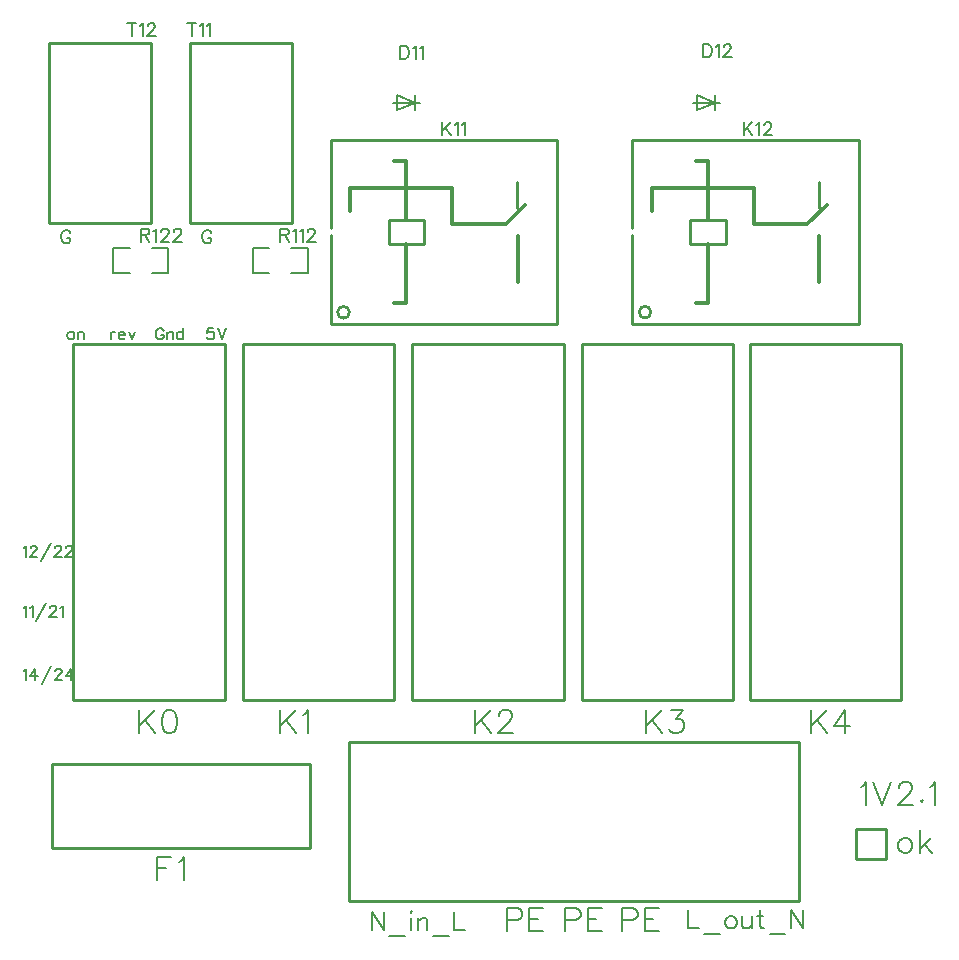
<source format=gto>
G04 Layer: TopSilkscreenLayer*
G04 EasyEDA v6.5.50, 2025-05-27 18:24:41*
G04 111ed26f3c4c43cfb17bfce727aa7961,b37a74ae5ac9402f918d5afa9d52dbed,10*
G04 Gerber Generator version 0.2*
G04 Scale: 100 percent, Rotated: No, Reflected: No *
G04 Dimensions in millimeters *
G04 leading zeros omitted , absolute positions ,4 integer and 5 decimal *
%FSLAX45Y45*%
%MOMM*%

%ADD10C,0.2032*%
%ADD11C,0.1524*%
%ADD12C,0.2000*%
%ADD13C,0.2540*%
%ADD14C,0.3000*%
%ADD15C,0.0132*%

%LPD*%
D10*
X5651500Y275841D02*
G01*
X5651500Y122933D01*
X5651500Y122933D02*
G01*
X5738875Y122933D01*
X5786881Y72133D02*
G01*
X5917691Y72133D01*
X6002020Y224787D02*
G01*
X5987541Y217675D01*
X5973063Y202943D01*
X5965697Y181099D01*
X5965697Y166621D01*
X5973063Y144777D01*
X5987541Y130299D01*
X6002020Y122933D01*
X6023863Y122933D01*
X6038341Y130299D01*
X6053074Y144777D01*
X6060186Y166621D01*
X6060186Y181099D01*
X6053074Y202943D01*
X6038341Y217675D01*
X6023863Y224787D01*
X6002020Y224787D01*
X6108191Y224787D02*
G01*
X6108191Y152143D01*
X6115558Y130299D01*
X6130036Y122933D01*
X6151879Y122933D01*
X6166358Y130299D01*
X6188202Y152143D01*
X6188202Y224787D02*
G01*
X6188202Y122933D01*
X6258052Y275841D02*
G01*
X6258052Y152143D01*
X6265418Y130299D01*
X6279895Y122933D01*
X6294374Y122933D01*
X6236208Y224787D02*
G01*
X6287261Y224787D01*
X6342379Y72133D02*
G01*
X6473190Y72133D01*
X6521195Y275841D02*
G01*
X6521195Y122933D01*
X6521195Y275841D02*
G01*
X6623050Y122933D01*
X6623050Y275841D02*
G01*
X6623050Y122933D01*
X2971800Y263141D02*
G01*
X2971800Y110233D01*
X2971800Y263141D02*
G01*
X3073654Y110233D01*
X3073654Y263141D02*
G01*
X3073654Y110233D01*
X3121659Y59433D02*
G01*
X3252470Y59433D01*
X3300475Y263141D02*
G01*
X3307841Y255775D01*
X3314954Y263141D01*
X3307841Y270253D01*
X3300475Y263141D01*
X3307841Y212087D02*
G01*
X3307841Y110233D01*
X3362959Y212087D02*
G01*
X3362959Y110233D01*
X3362959Y183131D02*
G01*
X3384804Y204975D01*
X3399536Y212087D01*
X3421379Y212087D01*
X3435858Y204975D01*
X3442970Y183131D01*
X3442970Y110233D01*
X3490975Y59433D02*
G01*
X3622040Y59433D01*
X3670045Y263141D02*
G01*
X3670045Y110233D01*
X3670045Y110233D02*
G01*
X3757168Y110233D01*
X5092700Y293875D02*
G01*
X5092700Y100073D01*
X5092700Y293875D02*
G01*
X5175758Y293875D01*
X5203443Y284731D01*
X5212841Y275587D01*
X5221986Y257045D01*
X5221986Y229359D01*
X5212841Y210817D01*
X5203443Y201673D01*
X5175758Y192275D01*
X5092700Y192275D01*
X5282945Y293875D02*
G01*
X5282945Y100073D01*
X5282945Y293875D02*
G01*
X5403088Y293875D01*
X5282945Y201673D02*
G01*
X5356859Y201673D01*
X5282945Y100073D02*
G01*
X5403088Y100073D01*
X4610100Y293875D02*
G01*
X4610100Y100073D01*
X4610100Y293875D02*
G01*
X4693158Y293875D01*
X4720843Y284731D01*
X4730241Y275587D01*
X4739386Y257045D01*
X4739386Y229359D01*
X4730241Y210817D01*
X4720843Y201673D01*
X4693158Y192275D01*
X4610100Y192275D01*
X4800345Y293875D02*
G01*
X4800345Y100073D01*
X4800345Y293875D02*
G01*
X4920488Y293875D01*
X4800345Y201673D02*
G01*
X4874259Y201673D01*
X4800345Y100073D02*
G01*
X4920488Y100073D01*
X4114800Y293875D02*
G01*
X4114800Y100073D01*
X4114800Y293875D02*
G01*
X4197858Y293875D01*
X4225543Y284731D01*
X4234941Y275587D01*
X4244086Y257045D01*
X4244086Y229359D01*
X4234941Y210817D01*
X4225543Y201673D01*
X4197858Y192275D01*
X4114800Y192275D01*
X4305045Y293875D02*
G01*
X4305045Y100073D01*
X4305045Y293875D02*
G01*
X4425188Y293875D01*
X4305045Y201673D02*
G01*
X4378959Y201673D01*
X4305045Y100073D02*
G01*
X4425188Y100073D01*
X1155700Y725675D02*
G01*
X1155700Y531873D01*
X1155700Y725675D02*
G01*
X1275842Y725675D01*
X1155700Y633473D02*
G01*
X1229613Y633473D01*
X1336802Y688845D02*
G01*
X1355089Y697989D01*
X1383029Y725675D01*
X1383029Y531873D01*
X1003300Y1970275D02*
G01*
X1003300Y1776473D01*
X1132586Y1970275D02*
G01*
X1003300Y1840989D01*
X1049528Y1887217D02*
G01*
X1132586Y1776473D01*
X1248918Y1970275D02*
G01*
X1221231Y1961131D01*
X1202689Y1933445D01*
X1193545Y1887217D01*
X1193545Y1859531D01*
X1202689Y1813303D01*
X1221231Y1785617D01*
X1248918Y1776473D01*
X1267460Y1776473D01*
X1295145Y1785617D01*
X1313687Y1813303D01*
X1322831Y1859531D01*
X1322831Y1887217D01*
X1313687Y1933445D01*
X1295145Y1961131D01*
X1267460Y1970275D01*
X1248918Y1970275D01*
X2197100Y1970278D02*
G01*
X2197100Y1776476D01*
X2326386Y1970278D02*
G01*
X2197100Y1840992D01*
X2243327Y1887220D02*
G01*
X2326386Y1776476D01*
X2387345Y1933447D02*
G01*
X2405888Y1942592D01*
X2433574Y1970278D01*
X2433574Y1776476D01*
X3848100Y1970278D02*
G01*
X3848100Y1776476D01*
X3977386Y1970278D02*
G01*
X3848100Y1840992D01*
X3894327Y1887220D02*
G01*
X3977386Y1776476D01*
X4047490Y1924050D02*
G01*
X4047490Y1933447D01*
X4056888Y1951989D01*
X4066031Y1961134D01*
X4084574Y1970278D01*
X4121404Y1970278D01*
X4139945Y1961134D01*
X4149090Y1951989D01*
X4158488Y1933447D01*
X4158488Y1914905D01*
X4149090Y1896363D01*
X4130802Y1868678D01*
X4038345Y1776476D01*
X4167631Y1776476D01*
X5295900Y1970275D02*
G01*
X5295900Y1776473D01*
X5425186Y1970275D02*
G01*
X5295900Y1840989D01*
X5342127Y1887217D02*
G01*
X5425186Y1776473D01*
X5504688Y1970275D02*
G01*
X5606288Y1970275D01*
X5550915Y1896361D01*
X5578602Y1896361D01*
X5596890Y1887217D01*
X5606288Y1878073D01*
X5615431Y1850387D01*
X5615431Y1831845D01*
X5606288Y1804159D01*
X5587745Y1785617D01*
X5560059Y1776473D01*
X5532374Y1776473D01*
X5504688Y1785617D01*
X5495290Y1794761D01*
X5486145Y1813303D01*
X6692900Y1970275D02*
G01*
X6692900Y1776473D01*
X6822186Y1970275D02*
G01*
X6692900Y1840989D01*
X6739127Y1887217D02*
G01*
X6822186Y1776473D01*
X6975602Y1970275D02*
G01*
X6883145Y1840989D01*
X7021829Y1840989D01*
X6975602Y1970275D02*
G01*
X6975602Y1776473D01*
D11*
X1614678Y6007605D02*
G01*
X1609344Y6018019D01*
X1598929Y6028433D01*
X1588770Y6033513D01*
X1567942Y6033513D01*
X1557528Y6028433D01*
X1547113Y6018019D01*
X1541779Y6007605D01*
X1536700Y5991857D01*
X1536700Y5965949D01*
X1541779Y5950455D01*
X1547113Y5940041D01*
X1557528Y5929627D01*
X1567942Y5924547D01*
X1588770Y5924547D01*
X1598929Y5929627D01*
X1609344Y5940041D01*
X1614678Y5950455D01*
X1614678Y5965949D01*
X1588770Y5965949D02*
G01*
X1614678Y5965949D01*
X420878Y6007605D02*
G01*
X415544Y6018019D01*
X405129Y6028433D01*
X394970Y6033513D01*
X374142Y6033513D01*
X363728Y6028433D01*
X353313Y6018019D01*
X347979Y6007605D01*
X342900Y5991857D01*
X342900Y5965949D01*
X347979Y5950455D01*
X353313Y5940041D01*
X363728Y5929627D01*
X374142Y5924547D01*
X394970Y5924547D01*
X405129Y5929627D01*
X415544Y5940041D01*
X420878Y5950455D01*
X420878Y5965949D01*
X394970Y5965949D02*
G01*
X420878Y5965949D01*
X1446021Y7786113D02*
G01*
X1446021Y7677147D01*
X1409700Y7786113D02*
G01*
X1482344Y7786113D01*
X1516634Y7765285D02*
G01*
X1527047Y7770619D01*
X1542795Y7786113D01*
X1542795Y7677147D01*
X1577086Y7765285D02*
G01*
X1587500Y7770619D01*
X1602994Y7786113D01*
X1602994Y7677147D01*
X938021Y7786113D02*
G01*
X938021Y7677147D01*
X901700Y7786113D02*
G01*
X974344Y7786113D01*
X1008634Y7765285D02*
G01*
X1019047Y7770619D01*
X1034795Y7786113D01*
X1034795Y7677147D01*
X1074165Y7760205D02*
G01*
X1074165Y7765285D01*
X1079500Y7775699D01*
X1084579Y7781033D01*
X1094994Y7786113D01*
X1115821Y7786113D01*
X1126236Y7781033D01*
X1131315Y7775699D01*
X1136650Y7765285D01*
X1136650Y7754871D01*
X1131315Y7744457D01*
X1120902Y7728963D01*
X1069086Y7677147D01*
X1141729Y7677147D01*
D10*
X7112000Y1323847D02*
G01*
X7130541Y1332992D01*
X7158227Y1360678D01*
X7158227Y1166876D01*
X7219188Y1360678D02*
G01*
X7293102Y1166876D01*
X7367015Y1360678D02*
G01*
X7293102Y1166876D01*
X7437120Y1314450D02*
G01*
X7437120Y1323847D01*
X7446263Y1342389D01*
X7455661Y1351534D01*
X7473950Y1360678D01*
X7511034Y1360678D01*
X7529575Y1351534D01*
X7538720Y1342389D01*
X7547863Y1323847D01*
X7547863Y1305305D01*
X7538720Y1286763D01*
X7520177Y1259078D01*
X7427975Y1166876D01*
X7557261Y1166876D01*
X7627365Y1212850D02*
G01*
X7618222Y1203705D01*
X7627365Y1194562D01*
X7636509Y1203705D01*
X7627365Y1212850D01*
X7697470Y1323847D02*
G01*
X7716011Y1332992D01*
X7743697Y1360678D01*
X7743697Y1166876D01*
X7475727Y889762D02*
G01*
X7457186Y880363D01*
X7438643Y862076D01*
X7429500Y834389D01*
X7429500Y815847D01*
X7438643Y788162D01*
X7457186Y769620D01*
X7475727Y760476D01*
X7503413Y760476D01*
X7521956Y769620D01*
X7540243Y788162D01*
X7549641Y815847D01*
X7549641Y834389D01*
X7540243Y862076D01*
X7521956Y880363D01*
X7503413Y889762D01*
X7475727Y889762D01*
X7610602Y954278D02*
G01*
X7610602Y760476D01*
X7702804Y889762D02*
G01*
X7610602Y797305D01*
X7647431Y834389D02*
G01*
X7712202Y760476D01*
D11*
X3213100Y7595615D02*
G01*
X3213100Y7486650D01*
X3213100Y7595615D02*
G01*
X3249422Y7595615D01*
X3265170Y7590536D01*
X3275329Y7580121D01*
X3280663Y7569708D01*
X3285743Y7553960D01*
X3285743Y7528052D01*
X3280663Y7512558D01*
X3275329Y7502144D01*
X3265170Y7491729D01*
X3249422Y7486650D01*
X3213100Y7486650D01*
X3320034Y7574787D02*
G01*
X3330447Y7580121D01*
X3346195Y7595615D01*
X3346195Y7486650D01*
X3380486Y7574787D02*
G01*
X3390900Y7580121D01*
X3406393Y7595615D01*
X3406393Y7486650D01*
X5778500Y7608315D02*
G01*
X5778500Y7499350D01*
X5778500Y7608315D02*
G01*
X5814822Y7608315D01*
X5830570Y7603236D01*
X5840729Y7592821D01*
X5846063Y7582408D01*
X5851143Y7566660D01*
X5851143Y7540752D01*
X5846063Y7525258D01*
X5840729Y7514844D01*
X5830570Y7504429D01*
X5814822Y7499350D01*
X5778500Y7499350D01*
X5885434Y7587487D02*
G01*
X5895847Y7592821D01*
X5911595Y7608315D01*
X5911595Y7499350D01*
X5950965Y7582408D02*
G01*
X5950965Y7587487D01*
X5956300Y7597902D01*
X5961379Y7603236D01*
X5971793Y7608315D01*
X5992622Y7608315D01*
X6003036Y7603236D01*
X6008115Y7597902D01*
X6013450Y7587487D01*
X6013450Y7577073D01*
X6008115Y7566660D01*
X5997702Y7551165D01*
X5945886Y7499350D01*
X6018529Y7499350D01*
X25400Y2838704D02*
G01*
X34544Y2843276D01*
X48005Y2856737D01*
X48005Y2761234D01*
X78231Y2838704D02*
G01*
X87121Y2843276D01*
X100837Y2856737D01*
X100837Y2761234D01*
X212597Y2875026D02*
G01*
X130810Y2729484D01*
X247142Y2834131D02*
G01*
X247142Y2838704D01*
X251713Y2847594D01*
X256286Y2852165D01*
X265429Y2856737D01*
X283463Y2856737D01*
X292607Y2852165D01*
X297179Y2847594D01*
X301752Y2838704D01*
X301752Y2829560D01*
X297179Y2820415D01*
X288036Y2806700D01*
X242570Y2761234D01*
X306323Y2761234D01*
X336295Y2838704D02*
G01*
X345439Y2843276D01*
X359155Y2856737D01*
X359155Y2761234D01*
X25400Y3346704D02*
G01*
X34544Y3351276D01*
X48005Y3364737D01*
X48005Y3269234D01*
X82550Y3342131D02*
G01*
X82550Y3346704D01*
X87121Y3355594D01*
X91694Y3360165D01*
X100837Y3364737D01*
X119126Y3364737D01*
X128015Y3360165D01*
X132587Y3355594D01*
X137160Y3346704D01*
X137160Y3337560D01*
X132587Y3328415D01*
X123697Y3314700D01*
X78231Y3269234D01*
X141731Y3269234D01*
X253492Y3383026D02*
G01*
X171704Y3237484D01*
X288036Y3342131D02*
G01*
X288036Y3346704D01*
X292607Y3355594D01*
X297179Y3360165D01*
X306323Y3364737D01*
X324612Y3364737D01*
X333502Y3360165D01*
X338073Y3355594D01*
X342645Y3346704D01*
X342645Y3337560D01*
X338073Y3328415D01*
X328929Y3314700D01*
X283463Y3269234D01*
X347218Y3269234D01*
X381762Y3342131D02*
G01*
X381762Y3346704D01*
X386334Y3355594D01*
X390905Y3360165D01*
X400050Y3364737D01*
X418084Y3364737D01*
X427228Y3360165D01*
X431800Y3355594D01*
X436371Y3346704D01*
X436371Y3337560D01*
X431800Y3328415D01*
X422655Y3314700D01*
X377189Y3269234D01*
X440944Y3269234D01*
X25400Y2305304D02*
G01*
X34544Y2309876D01*
X48005Y2323337D01*
X48005Y2227834D01*
X123697Y2323337D02*
G01*
X78231Y2259837D01*
X146304Y2259837D01*
X123697Y2323337D02*
G01*
X123697Y2227834D01*
X258063Y2341626D02*
G01*
X176276Y2196084D01*
X292607Y2300731D02*
G01*
X292607Y2305304D01*
X297179Y2314194D01*
X301752Y2318765D01*
X310895Y2323337D01*
X328929Y2323337D01*
X338073Y2318765D01*
X342645Y2314194D01*
X347218Y2305304D01*
X347218Y2296160D01*
X342645Y2287015D01*
X333502Y2273300D01*
X288036Y2227834D01*
X351789Y2227834D01*
X427228Y2323337D02*
G01*
X381762Y2259837D01*
X449834Y2259837D01*
X427228Y2323337D02*
G01*
X427228Y2227834D01*
D10*
X416305Y5174487D02*
G01*
X407415Y5169915D01*
X398271Y5160771D01*
X393700Y5147310D01*
X393700Y5138165D01*
X398271Y5124450D01*
X407415Y5115305D01*
X416305Y5110734D01*
X430021Y5110734D01*
X439165Y5115305D01*
X448310Y5124450D01*
X452881Y5138165D01*
X452881Y5147310D01*
X448310Y5160771D01*
X439165Y5169915D01*
X430021Y5174487D01*
X416305Y5174487D01*
X482854Y5174487D02*
G01*
X482854Y5110734D01*
X482854Y5156200D02*
G01*
X496315Y5169915D01*
X505460Y5174487D01*
X519176Y5174487D01*
X528320Y5169915D01*
X532892Y5156200D01*
X532892Y5110734D01*
X762000Y5174487D02*
G01*
X762000Y5110734D01*
X762000Y5147310D02*
G01*
X766571Y5160771D01*
X775715Y5169915D01*
X784605Y5174487D01*
X798321Y5174487D01*
X828294Y5147310D02*
G01*
X882904Y5147310D01*
X882904Y5156200D01*
X878331Y5165344D01*
X873760Y5169915D01*
X864615Y5174487D01*
X851154Y5174487D01*
X842010Y5169915D01*
X832865Y5160771D01*
X828294Y5147310D01*
X828294Y5138165D01*
X832865Y5124450D01*
X842010Y5115305D01*
X851154Y5110734D01*
X864615Y5110734D01*
X873760Y5115305D01*
X882904Y5124450D01*
X912876Y5174487D02*
G01*
X940307Y5110734D01*
X967486Y5174487D02*
G01*
X940307Y5110734D01*
X1211071Y5183631D02*
G01*
X1206754Y5192776D01*
X1197610Y5201665D01*
X1188465Y5206237D01*
X1170178Y5206237D01*
X1161287Y5201665D01*
X1152144Y5192776D01*
X1147571Y5183631D01*
X1143000Y5169915D01*
X1143000Y5147310D01*
X1147571Y5133594D01*
X1152144Y5124450D01*
X1161287Y5115305D01*
X1170178Y5110734D01*
X1188465Y5110734D01*
X1197610Y5115305D01*
X1206754Y5124450D01*
X1211071Y5133594D01*
X1211071Y5147310D01*
X1188465Y5147310D02*
G01*
X1211071Y5147310D01*
X1241297Y5174487D02*
G01*
X1241297Y5110734D01*
X1241297Y5156200D02*
G01*
X1254760Y5169915D01*
X1263904Y5174487D01*
X1277620Y5174487D01*
X1286510Y5169915D01*
X1291081Y5156200D01*
X1291081Y5110734D01*
X1375663Y5206237D02*
G01*
X1375663Y5110734D01*
X1375663Y5160771D02*
G01*
X1366520Y5169915D01*
X1357629Y5174487D01*
X1343913Y5174487D01*
X1334770Y5169915D01*
X1325626Y5160771D01*
X1321307Y5147310D01*
X1321307Y5138165D01*
X1325626Y5124450D01*
X1334770Y5115305D01*
X1343913Y5110734D01*
X1357629Y5110734D01*
X1366520Y5115305D01*
X1375663Y5124450D01*
X1629410Y5206237D02*
G01*
X1583944Y5206237D01*
X1579371Y5165344D01*
X1583944Y5169915D01*
X1597405Y5174487D01*
X1611121Y5174487D01*
X1624837Y5169915D01*
X1633981Y5160771D01*
X1638554Y5147310D01*
X1638554Y5138165D01*
X1633981Y5124450D01*
X1624837Y5115305D01*
X1611121Y5110734D01*
X1597405Y5110734D01*
X1583944Y5115305D01*
X1579371Y5119878D01*
X1574800Y5129021D01*
X1668526Y5206237D02*
G01*
X1704847Y5110734D01*
X1741170Y5206237D02*
G01*
X1704847Y5110734D01*
D11*
X2197100Y6046213D02*
G01*
X2197100Y5937247D01*
X2197100Y6046213D02*
G01*
X2243836Y6046213D01*
X2259329Y6041133D01*
X2264663Y6035799D01*
X2269743Y6025385D01*
X2269743Y6014971D01*
X2264663Y6004557D01*
X2259329Y5999477D01*
X2243836Y5994397D01*
X2197100Y5994397D01*
X2233422Y5994397D02*
G01*
X2269743Y5937247D01*
X2304034Y6025385D02*
G01*
X2314447Y6030719D01*
X2330195Y6046213D01*
X2330195Y5937247D01*
X2364486Y6025385D02*
G01*
X2374900Y6030719D01*
X2390393Y6046213D01*
X2390393Y5937247D01*
X2429763Y6020305D02*
G01*
X2429763Y6025385D01*
X2435097Y6035799D01*
X2440177Y6041133D01*
X2450591Y6046213D01*
X2471420Y6046213D01*
X2481834Y6041133D01*
X2486913Y6035799D01*
X2492247Y6025385D01*
X2492247Y6014971D01*
X2486913Y6004557D01*
X2476500Y5989063D01*
X2424684Y5937247D01*
X2497327Y5937247D01*
X1016000Y6046213D02*
G01*
X1016000Y5937247D01*
X1016000Y6046213D02*
G01*
X1062736Y6046213D01*
X1078229Y6041133D01*
X1083563Y6035799D01*
X1088644Y6025385D01*
X1088644Y6014971D01*
X1083563Y6004557D01*
X1078229Y5999477D01*
X1062736Y5994397D01*
X1016000Y5994397D01*
X1052321Y5994397D02*
G01*
X1088644Y5937247D01*
X1122934Y6025385D02*
G01*
X1133347Y6030719D01*
X1149095Y6046213D01*
X1149095Y5937247D01*
X1188465Y6020305D02*
G01*
X1188465Y6025385D01*
X1193800Y6035799D01*
X1198879Y6041133D01*
X1209294Y6046213D01*
X1230121Y6046213D01*
X1240536Y6041133D01*
X1245615Y6035799D01*
X1250950Y6025385D01*
X1250950Y6014971D01*
X1245615Y6004557D01*
X1235202Y5989063D01*
X1183386Y5937247D01*
X1256029Y5937247D01*
X1295400Y6020305D02*
G01*
X1295400Y6025385D01*
X1300734Y6035799D01*
X1305813Y6041133D01*
X1316228Y6046213D01*
X1337055Y6046213D01*
X1347470Y6041133D01*
X1352550Y6035799D01*
X1357884Y6025385D01*
X1357884Y6014971D01*
X1352550Y6004557D01*
X1342389Y5989063D01*
X1290320Y5937247D01*
X1362963Y5937247D01*
X6121527Y6947913D02*
G01*
X6121527Y6838947D01*
X6194170Y6947913D02*
G01*
X6121527Y6875269D01*
X6147434Y6901177D02*
G01*
X6194170Y6838947D01*
X6228461Y6927085D02*
G01*
X6238875Y6932419D01*
X6254368Y6947913D01*
X6254368Y6838947D01*
X6293993Y6922005D02*
G01*
X6293993Y6927085D01*
X6299072Y6937499D01*
X6304406Y6942833D01*
X6314566Y6947913D01*
X6335395Y6947913D01*
X6345809Y6942833D01*
X6351143Y6937499D01*
X6356222Y6927085D01*
X6356222Y6916671D01*
X6351143Y6906257D01*
X6340729Y6890763D01*
X6288659Y6838947D01*
X6361556Y6838947D01*
X3568827Y6947913D02*
G01*
X3568827Y6838947D01*
X3641470Y6947913D02*
G01*
X3568827Y6875269D01*
X3594734Y6901177D02*
G01*
X3641470Y6838947D01*
X3675761Y6927085D02*
G01*
X3686175Y6932419D01*
X3701668Y6947913D01*
X3701668Y6838947D01*
X3735959Y6927085D02*
G01*
X3746372Y6932419D01*
X3761866Y6947913D01*
X3761866Y6838947D01*
D12*
X3378200Y7112000D02*
G01*
X3149600Y7112000D01*
X3340100Y7112000D02*
G01*
X3187700Y7048500D01*
X3340100Y7112000D02*
G01*
X3187700Y7180206D01*
X3340100Y7175500D02*
G01*
X3340100Y7048500D01*
X3187700Y7175500D02*
G01*
X3187700Y7048500D01*
X5918200Y7112000D02*
G01*
X5689600Y7112000D01*
X5880100Y7112000D02*
G01*
X5727700Y7048500D01*
X5880100Y7112000D02*
G01*
X5727700Y7180206D01*
X5880100Y7175500D02*
G01*
X5880100Y7048500D01*
X5727700Y7175500D02*
G01*
X5727700Y7048500D01*
D13*
X444500Y5067297D02*
G01*
X444500Y2057397D01*
X1727200Y2057397D01*
X1727200Y5067297D01*
X444500Y5067297D01*
X7073900Y965197D02*
G01*
X7327900Y965197D01*
X7327900Y711197D01*
X7073900Y711197D01*
X7073900Y965197D01*
X1435100Y6515097D02*
G01*
X1435100Y7619997D01*
X2298700Y7619997D01*
X2298700Y6095997D01*
X1435100Y6095997D01*
X241300Y6515097D02*
G01*
X241300Y7619997D01*
X1104900Y7619997D01*
X1104900Y6095997D01*
X241300Y6095997D01*
X1435100Y6095997D02*
G01*
X1435100Y6515097D01*
X241300Y6095997D02*
G01*
X241300Y6515097D01*
X6172200Y5067297D02*
G01*
X6172200Y2057397D01*
X7454900Y2057397D01*
X7454900Y5067297D01*
X6172200Y5067297D01*
X3314700Y5067297D02*
G01*
X3314700Y2057397D01*
X4597400Y2057397D01*
X4597400Y5067297D01*
X3314700Y5067297D01*
X4749800Y5067297D02*
G01*
X4749800Y2057397D01*
X6032500Y2057397D01*
X6032500Y5067297D01*
X4749800Y5067297D01*
X1879600Y5067297D02*
G01*
X1879600Y2057397D01*
X3162300Y2057397D01*
X3162300Y5067297D01*
X1879600Y5067297D01*
X2451100Y1512135D02*
G01*
X266700Y1512135D01*
X266700Y800935D01*
X2451100Y800935D01*
X2451100Y1512135D01*
X2781300Y355597D02*
G01*
X2781300Y1701797D01*
X6591300Y1701797D01*
X6591300Y355597D01*
X2781300Y355597D01*
D11*
X2292220Y5670588D02*
G01*
X2428212Y5670588D01*
X2428212Y5886406D01*
X2292220Y5886406D01*
X2101979Y5670588D02*
G01*
X1965987Y5670588D01*
X1965987Y5886406D01*
X2101979Y5886406D01*
X1111120Y5670588D02*
G01*
X1247112Y5670588D01*
X1247112Y5886406D01*
X1111120Y5886406D01*
X920879Y5670588D02*
G01*
X784887Y5670588D01*
X784887Y5886406D01*
X920879Y5886406D01*
D14*
X5816000Y6124882D02*
G01*
X5816000Y6619796D01*
X5816000Y5419798D02*
G01*
X5816000Y5914671D01*
X5816000Y5419801D02*
G01*
X5714212Y5419798D01*
X5816000Y6619793D02*
G01*
X5714212Y6619796D01*
X6762038Y5594093D02*
G01*
X6762038Y5988555D01*
X6660210Y6089901D02*
G01*
X6825259Y6250683D01*
X5342026Y6199797D02*
G01*
X5342026Y6392517D01*
X6205626Y6392517D01*
X6205626Y6092517D01*
X6208039Y6090102D01*
X6609638Y6090102D01*
X6660438Y6090102D01*
D13*
X7095309Y5239799D02*
G01*
X5175298Y5239799D01*
X7095296Y6799800D02*
G01*
X5175285Y6799800D01*
X7095299Y5239796D02*
G01*
X7095299Y6799798D01*
X6755129Y6444485D02*
G01*
X6755129Y6221727D01*
X5175285Y6799800D02*
G01*
X5175285Y6049266D01*
X5175285Y5990328D02*
G01*
X5175285Y5239799D01*
X5667705Y6119797D02*
G01*
X5967704Y6119797D01*
X5967704Y5919797D01*
X5667705Y5919797D01*
X5667705Y6119797D01*
D14*
X3263300Y6124882D02*
G01*
X3263300Y6619796D01*
X3263300Y5419798D02*
G01*
X3263300Y5914671D01*
X3263300Y5419801D02*
G01*
X3161512Y5419798D01*
X3263300Y6619793D02*
G01*
X3161512Y6619796D01*
X4209338Y5594093D02*
G01*
X4209338Y5988555D01*
X4107510Y6089901D02*
G01*
X4272559Y6250683D01*
X2789326Y6199797D02*
G01*
X2789326Y6392517D01*
X3652926Y6392517D01*
X3652926Y6092517D01*
X3655339Y6090102D01*
X4056938Y6090102D01*
X4107738Y6090102D01*
D13*
X4542609Y5239799D02*
G01*
X2622598Y5239799D01*
X4542596Y6799800D02*
G01*
X2622585Y6799800D01*
X4542599Y5239796D02*
G01*
X4542599Y6799798D01*
X4202429Y6444485D02*
G01*
X4202429Y6221727D01*
X2622585Y6799800D02*
G01*
X2622585Y6049266D01*
X2622585Y5990328D02*
G01*
X2622585Y5239799D01*
X3115005Y6119797D02*
G01*
X3415004Y6119797D01*
X3415004Y5919797D01*
X3115005Y5919797D01*
X3115005Y6119797D01*
G75*
G01
X5335219Y5339791D02*
G03X5335219Y5339791I-50013J0D01*
G75*
G01
X2782519Y5339791D02*
G03X2782519Y5339791I-50013J0D01*
M02*

</source>
